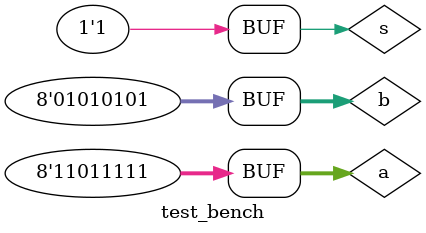
<source format=v>
`timescale 1ns / 1ps


module test_bench();
reg s;
reg [7:0]a;
reg [7:0]b;
wire [7:0]c;
wire [7:0]d;

swap_file uut(.s(s),.a(a),.b(b),.c(c),.d(d));
initial begin
   #10 s=0; a[7:0]=8'b11011111; b[7:0]=8'b01010101;
   #10 s=1; a[7:0]=8'b11011111; b[7:0]=8'b01010101;
end
endmodule
</source>
